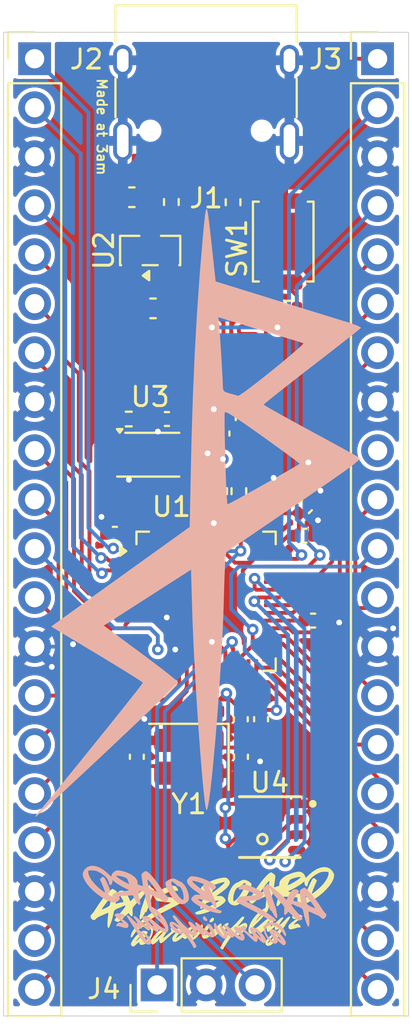
<source format=kicad_pcb>
(kicad_pcb (version 20241229) (generator "pcbnew") (generator_version "9.0")
  (layers (0 "F.Cu" signal) (2 "B.Cu" signal) (13 "F.Paste" user) (15 "B.Paste" user) (5 "F.SilkS" user "F.Silkscreen") (7 "B.SilkS" user "B.Silkscreen") (1 "F.Mask" user) (3 "B.Mask" user) (25 "Edge.Cuts" user))
  (net 0 "")
  (net 1 "TEMP_CSB")
  (net 2 "GND")
  (net 3 "+1V1")
  (net 4 "VBUS")
  (net 5 "XIN")
  (net 6 "Net-(C16-Pad1)")
  (net 7 "Net-(J1-CC1)")
  (net 8 "USB_D-")
  (net 9 "USB_D+")
  (net 10 "Net-(J1-CC2)")
  (net 11 "GPIO7")
  (net 12 "GPIO3")
  (net 13 "GPIO6")
  (net 14 "GPIO2")
  (net 15 "GPIO14")
  (net 16 "GPIO12")
  (net 17 "GPIO13")
  (net 18 "GPIO15")
  (net 19 "GPIO8")
  (net 20 "GPIO4")
  (net 21 "GPIO1")
  (net 22 "GPIO11")
  (net 23 "GPIO9")
  (net 24 "GPIO5")
  (net 25 "GPIO0")
  (net 26 "GPIO10")
  (net 27 "GPIO20")
  (net 28 "GPIO29_ADC3")
  (net 29 "GPIO18")
  (net 30 "GPIO26_ADC0")
  (net 31 "GPIO27_ADC1")
  (net 32 "GPIO17")
  (net 33 "GPIO22")
  (net 34 "RUN")
  (net 35 "GPIO19")
  (net 37 "GPIO28_ADC2")
  (net 38 "GPIO21")
  (net 39 "GPIO23")
  (net 40 "GPIO16")
  (net 41 "SWCLK")
  (net 42 "SWD")
  (net 43 "Net-(U1-USB_DP)")
  (net 44 "Net-(U1-USB_DM)")
  (net 45 "XOUT")
  (net 46 "Net-(R6-Pad2)")
  (net 47 "QSPI_SS")
  (net 48 "QSPI_SCLK")
  (net 49 "QSPI_SD2")
  (net 50 "QSPI_SD3")
  (net 51 "TEMP_SCK")
  (net 52 "QSPI_SD1")
  (net 53 "QSPI_SD0")
  (net 54 "TEMP_SDI")
  (footprint "Button_Switch_SMD:SW_Push_SPST_NO_Alps_SKRK" (layer "F.Cu") (at 164.5 100.85 -90)
    (property "Reference" "SW1")
    (property "Value" "SW_Push" (hide yes))
  )
  (footprint "Package_TO_SOT_SMD:SOT-23" (layer "F.Cu") (at 157.6 101.3125 90)
    (property "Reference" "U2")
    (property "Value" "NCP1117-3.3_SOT223" (hide yes))
  )
  (footprint "Capacitor_SMD:C_0402_1005Metric" (layer "F.Cu") (at 161.35 110.8 90)
    (property "Reference" "C6" (hide yes))
    (property "Value" "0.1uF" (hide yes))
  )
  (footprint "Capacitor_SMD:C_0402_1005Metric" (layer "F.Cu") (at 154.85 120.95 180)
    (property "Reference" "C3" (hide yes))
    (property "Value" "0.1uF" (hide yes))
  )
  (footprint "Capacitor_SMD:C_0402_1005Metric" (layer "F.Cu") (at 165.6 116.1)
    (property "Reference" "C8" (hide yes))
    (property "Value" "0.1uF" (hide yes))
  )
  (footprint "Capacitor_SMD:C_0402_1005Metric" (layer "F.Cu") (at 158.47 110.05)
    (property "Reference" "C17" (hide yes))
    (property "Value" "0.1uF" (hide yes))
  )
  (footprint "Connector_USB:USB_C_Receptacle_HRO_TYPE-C-31-M-12" (layer "F.Cu") (at 160.5 92.5 180)
    (property "Reference" "J1")
    (property "Value" "USB_C_Receptacle_USB2.0_14P" (hide yes))
  )
  (footprint "Capacitor_SMD:C_0402_1005Metric" (layer "F.Cu") (at 160.3 110.8 90)
    (property "Reference" "C12" (hide yes))
    (property "Value" "0.1uF" (hide yes))
  )
  (footprint "lcsc2:LGA-8_L3.0-W3.0-P0.80-TR" (layer "F.Cu") (at 163.8 131.2)
    (property "Reference" "U4")
    (property "Value" "BME680" (hide yes))
  )
  (footprint "Package_DFN_QFN:QFN-56-1EP_7x7mm_P0.4mm_EP3.2x3.2mm" (layer "F.Cu") (at 160.5 119.5)
    (property "Reference" "U1")
    (property "Value" "RP2040" (hide yes))
  )
  (footprint "Capacitor_SMD:C_0402_1005Metric" (layer "F.Cu") (at 162.4 110 90)
    (property "Reference" "C7" (hide yes))
    (property "Value" "0.1uF" (hide yes))
  )
  (footprint "Capacitor_SMD:C_0402_1005Metric" (layer "F.Cu") (at 165.65 114.6 45)
    (property "Reference" "C1" (hide yes))
    (property "Value" "1uF" (hide yes))
  )
  (footprint "Capacitor_SMD:C_0402_1005Metric" (layer "F.Cu") (at 155.77 116 180)
    (property "Reference" "C4" (hide yes))
    (property "Value" "0.1uF" (hide yes))
  )
  (footprint "Resistor_SMD:R_0402_1005Metric" (layer "F.Cu") (at 164.7 104.3)
    (property "Reference" "R6" (hide yes))
    (property "Value" "1K" (hide yes))
  )
  (footprint "Capacitor_SMD:C_0603_1608Metric" (layer "F.Cu") (at 157.75 104.3125 180)
    (property "Reference" "C14" (hide yes))
    (property "Value" "10uF" (hide yes))
  )
  (footprint "Capacitor_SMD:C_0402_1005Metric" (layer "F.Cu") (at 163.2 114.22 90)
    (property "Reference" "C11" (hide yes))
    (property "Value" "0.1uF" (hide yes))
  )
  (footprint "Resistor_SMD:R_0402_1005Metric" (layer "F.Cu") (at 156.49 110.05 180)
    (property "Reference" "R7" (hide yes))
    (property "Value" "10K" (hide yes))
  )
  (footprint "Resistor_SMD:R_0402_1005Metric" (layer "F.Cu") (at 161.9 98.81 90)
    (property "Reference" "R2" (hide yes))
    (property "Value" "5.1K" (hide yes))
  )
  (footprint "Resistor_SMD:R_0402_1005Metric" (layer "F.Cu") (at 161.2 113.79 90)
    (property "Reference" "R3" (hide yes))
    (property "Value" "27" (hide yes))
  )
  (footprint "Resistor_SMD:R_0402_1005Metric" (layer "F.Cu") (at 158.7 98.8 90)
    (property "Reference" "R1" (hide yes))
    (property "Value" "5.1K" (hide yes))
  )
  (footprint "Capacitor_SMD:C_0402_1005Metric" (layer "F.Cu") (at 164.2 114.65 90)
    (property "Reference" "C5" (hide yes))
    (property "Value" "0.1uF" (hide yes))
  )
  (footprint "Resistor_SMD:R_0402_1005Metric" (layer "F.Cu") (at 162.2 113.79 90)
    (property "Reference" "R4" (hide yes))
    (property "Value" "27" (hide yes))
  )
  (footprint "Package_SON:Winbond_USON-8-1EP_3x2mm_P0.5mm_EP0.2x1.6mm" (layer "F.Cu") (at 157.5 111.9)
    (property "Reference" "U3")
    (property "Value" "W25Q16JVZPIQ TR" (hide yes))
  )
  (footprint "Capacitor_SMD:C_0402_1005Metric" (layer "F.Cu") (at 163.35 125.612613 -90)
    (property "Reference" "C10" (hide yes))
    (property "Value" "1uF" (hide yes))
  )
  (footprint "Crystal:Crystal_SMD_3225-4Pin_3.2x2.5mm" (layer "F.Cu") (at 159.61 127.562613 180)
    (property "Reference" "Y1")
    (property "Value" "12 MHz" (hide yes))
  )
  (footprint "LOGO" (layer "F.Cu") (at 160.9 135)
    (property "Reference" "G***" (hide yes))
    (property "Value" "LOGO" (hide yes))
  )
  (footprint "Connector_PinHeader_2.54mm:PinHeader_1x20_P2.54mm_Vertical" (layer "F.Cu") (at 169.39 91.37)
    (property "Reference" "J3")
    (property "Value" "Conn_01x20" (hide yes))
  )
  (footprint "Capacitor_SMD:C_0402_1005Metric" (layer "F.Cu") (at 166.05 120.5)
    (property "Reference" "C9" (hide yes))
    (property "Value" "0.1uF" (hide yes))
  )
  (footprint "Capacitor_SMD:C_0603_1608Metric" (layer "F.Cu") (at 156.65 98.55 180)
    (property "Reference" "C13" (hide yes))
    (property "Value" "10uF" (hide yes))
  )
  (footprint "Capacitor_SMD:C_0402_1005Metric" (layer "F.Cu") (at 156.91 127.562613 90)
    (property "Reference" "C15" (hide yes))
    (property "Value" "33pF" (hide yes))
  )
  (footprint "Connector_PinHeader_2.54mm:PinHeader_1x03_P2.54mm_Vertical" (layer "F.Cu") (at 157.96 139.39 90)
    (property "Reference" "J4")
    (property "Value" "Conn_01x03" (hide yes))
  )
  (footprint "Capacitor_SMD:C_0402_1005Metric" (layer "F.Cu") (at 162.3 125.612613 -90)
    (property "Reference" "C2" (hide yes))
    (property "Value" "0.1uF" (hide yes))
  )
  (footprint "Connector_PinHeader_2.54mm:PinHeader_1x20_P2.54mm_Vertical" (layer "F.Cu") (at 151.61 91.37)
    (property "Reference" "J2")
    (property "Value" "Conn_01x20" (hide yes))
  )
  (footprint "Resistor_SMD:R_0402_1005Metric" (layer "F.Cu") (at 160.66 125.212613)
    (property "Reference" "R5" (hide yes))
    (property "Value" "1K" (hide yes))
  )
  (footprint "Capacitor_SMD:C_0402_1005Metric" (layer "F.Cu") (at 162.31 127.562613 -90)
    (property "Reference" "C16" (hide yes))
    (property "Value" "33pF" (hide yes))
  )
  (footprint "LOGO" (layer "B.Cu") (at 160.1 114.9 180)
    (property "Reference" "G***" (hide yes))
    (property "Value" "LOGO" (hide yes))
  )
  (footprint "LOGO" (layer "B.Cu") (at 160.343019 134.932501 180)
    (property "Reference" "G***" (hide yes))
    (property "Value" "LOGO" (hide yes))
  )
  (gr_rect (start 150 90) (end 171 141) (stroke (width 0.05)) (fill no) (layer "Edge.Cuts"))
  (gr_text "Made at 3am" (at 154.8 94.9 270) (layer "F.SilkS") (effects (font (size 0.5 0.5) (thickness 0.1)) (justify bottom)))
  (segment (start 157.6 116.9) (end 157.801 117.101) (width 0.2) (layer "F.Cu") (net 1))
  (segment (start 164.0325 115.13) (end 163.1 116.0625) (width 0.2) (layer "F.Cu") (net 1))
  (segment (start 162.4 130) (end 161.7 130) (width 0.2) (layer "F.Cu") (net 1))
  (segment (start 162.3 125.132613) (end 161.759 124.591613) (width 0.2) (layer "F.Cu") (net 1))
  (segment (start 163.4 116.9) (end 163.9375 116.9) (width 0.2) (layer "F.Cu") (net 1))
  (segment (start 159.751 121.401) (end 158.676114 121.401) (width 0.2) (layer "F.Cu") (net 1))
  (segment (start 165.310589 114.939411) (end 164.8 114.939411) (width 0.2) (layer "F.Cu") (net 1))
  (segment (start 161.555805 124.276) (end 161.515613 124.276) (width 0.2) (layer "F.Cu") (net 1))
  (segment (start 161.1 116.0625) (end 161.1 115.648527) (width 0.2) (layer "F.Cu") (net 1))
  (segment (start 165.310589 114.939411) (end 165.310589 115.909411) (width 0.2) (layer "F.Cu") (net 1))
  (segment (start 160.7 115.648527) (end 160.9 115.448527) (width 0.2) (layer "F.Cu") (net 1))
  (segment (start 158.525 102.275) (end 158.55 102.25) (width 0.2) (layer "F.Cu") (net 1))
  (segment (start 162.8 117.5) (end 163.2 117.1) (width 0.2) (layer "F.Cu") (net 1))
  (segment (start 161.6 111.28) (end 162.4 110.48) (width 0.2) (layer "F.Cu") (net 1))
  (segment (start 162.4 131.6) (end 162.2 131.6) (width 0.2) (layer "F.Cu") (net 1))
  (segment (start 161.759 124.591613) (end 161.2 124.591613) (width 0.2) (layer "F.Cu") (net 1))
  (segment (start 157.801 117.101) (end 157.801 120.296774) (width 0.2) (layer "F.Cu") (net 1))
  (segment (start 157.0625 120.5) (end 156.527226 120.5) (width 0.2) (layer "F.Cu") (net 1))
  (segment (start 161.4 105.050057) (end 160.662443 104.3125) (width 0.2) (layer "F.Cu") (net 1))
  (segment (start 158.95 110.05) (end 158.339 109.439) (width 0.2) (layer "F.Cu") (net 1))
  (segment (start 164.390589 114.939411) (end 164.2 115.13) (width 0.2) (layer "F.Cu") (net 1))
  (segment (start 161.35 111.28) (end 161.6 111.28) (width 0.2) (layer "F.Cu") (net 1))
  (segment (start 165.031124 130.8) (end 165.2 130.8) (width 0.2) (layer "F.Cu") (net 1))
  (segment (start 165.310589 115.909411) (end 165.12 116.1) (width 0.2) (layer "F.Cu") (net 1))
  (segment (start 160.7 116.0625) (end 160.7 115.648527) (width 0.2) (layer "F.Cu") (net 1))
  (segment (start 161.649 132.617876) (end 161.957124 132.926) (width 0.2) (layer "F.Cu") (net 1))
  (segment (start 161.957124 132.926) (end 162.905124 132.926) (width 0.2) (layer "F.Cu") (net 1))
  (segment (start 163.1 116.0625) (end 162.7 116.0625) (width 0.2) (layer "F.Cu") (net 1))
  (segment (start 162.861281 120.361281) (end 162.401 119.901) (width 0.2) (layer "F.Cu") (net 1))
  (segment (start 166.6 104.32) (end 166.6 112.75) (width 0.2) (layer "F.Cu") (net 1))
  (segment (start 156.324 120.899) (end 155.381 120.899) (width 0.2) (layer "F.Cu") (net 1))
  (segment (start 162.401 117.899) (end 163.2 117.1) (width 0.2) (layer "F.Cu") (net 1))
  (segment (start 163.9375 116.9) (end 164.39375 116.44375) (width 0.2) (layer "F.Cu") (net 1))
  (segment (start 162.905124 132.926) (end 165.031124 130.8) (width 0.2) (layer "F.Cu") (net 1))
  (segment (start 160.7 116.597774) (end 160.7 116.0625) (width 0.2) (layer "F.Cu") (net 1))
  (segment (start 164.8 114.55) (end 164.8 114.939411) (width 0.2) (layer "F.Cu") (net 1))
  (segment (start 164.8 114.939411) (end 164.390589 114.939411) (width 0.2) (layer "F.Cu") (net 1))
  (segment (start 163.306175 120.5) (end 163.167456 120.361281) (width 0.2) (layer "F.Cu") (net 1))
  (segment (start 157.6 116.9) (end 160.397774 116.9) (width 0.2) (layer "F.Cu") (net 1))
  (segment (start 156.324 120.703226) (end 156.324 120.899) (width 0.2) (layer "F.Cu") (net 1))
  (segment (start 155.381 120.899) (end 155.33 120.95) (width 0.2) (layer "F.Cu") (net 1))
  (segment (start 160.7 124.412613) (end 160.7 122.9375) (width 0.2) (layer "F.Cu") (net 1))
  (segment (start 160.879 124.591613) (end 160.7 124.412613) (width 0.2) (layer "F.Cu") (net 1))
  (segment (start 158.525 104.3125) (end 158.525 102.275) (width 0.2) (layer "F.Cu") (net 1))
  (segment (start 161.5 132.002) (end 161.649 132.151) (width 0.2) (layer "F.Cu") (net 1))
  (segment (start 157.801 120.296774) (end 157.598774 120.499) (width 0.2) (layer "F.Cu") (net 1))
  (segment (start 158.925 110.075) (end 158.95 110.05) (width 0.2) (layer "F.Cu") (net 1))
  (segment (start 160.061 108.939) (end 158.95 110.05) (width 0.2) (layer "F.Cu") (net 1))
  (segment (start 162.4 110.48) (end 163.011 109.869) (width 0.2) (layer "F.Cu") (net 1))
  (segment (start 161.375735 112.125735) (end 161.35 112.1) (width 0.2) (layer "F.Cu") (net 1))
  (segment (start 157.611 109.439) (end 157 110.05) (width 0.2) (layer "F.Cu") (net 1))
  (segment (start 169.39 101.53) (end 166.6 104.32) (width 0.2) (layer "F.Cu") (net 1))
  (segment (start 158.925 111.15) (end 158.925 110.075) (width 0.2) (layer "F.Cu") (net 1))
  (segment (start 161.1 116.0625) (end 161.1 116.6) (width 0.2) (layer "F.Cu") (net 1))
  (segment (start 160.061 108.939) (end 161.4 107.6) (width 0.2) (layer "F.Cu") (net 1))
  (segment (start 162.75655 108.939) (end 160.061 108.939) (width 0.2) (layer "F.Cu") (net 1))
  (segment (start 163.011 109.19345) (end 162.75655 108.939) (width 0.2) (layer "F.Cu") (net 1))
  (segment (start 158.676114 121.401) (end 157.774114 120.499) (width 0.2) (layer "F.Cu") (net 1))
  (segment (start 161.649 132.151) (end 161.649 132.617876) (width 0.2) (layer "F.Cu") (net 1))
  (segment (start 164.40625 116.44375) (end 164.75 116.1) (width 0.2) (layer "F.Cu") (net 1))
  (segment (start 162.2 131.6) (end 161.649 132.151) (width 0.2) (layer "F.Cu") (net 1))
  (segment (start 161.5 131.8) (end 161.5 132.002) (width 0.2) (layer "F.Cu") (net 1))
  (segment (start 161.35 112.1) (end 161.35 111.28) (width 0.2) (layer "F.Cu") (net 1))
  (segment (start 161.2 124.591613) (end 160.879 124.591613) (width 0.2) (layer "F.Cu") (net 1))
  (segment (start 157.0625 116.9) (end 157.6 116.9) (width 0.2) (layer "F.Cu") (net 1))
  (segment (start 164.39375 116.44375) (end 164.40625 116.44375) (width 0.2) (layer "F.Cu") (net 1))
  (segment (start 156.25 116.0875) (end 157.0625 116.9) (width 0.2) (layer "F.Cu") (net 1))
  (segment (start 163.9375 120.5) (end 163.306175 120.5) (width 0.2) (layer "F.Cu") (net 1))
  (segment (start 162.401 119.901) (end 162.401 117.899) (width 0.2) (layer "F.Cu") (net 1))
  (segment (start 157.774114 120.499) (end 157.598774 120.499) (width 0.2) (layer "F.Cu") (net 1))
  (segment (start 156.527226 120.5) (end 156.324 120.703226) (width 0.2) (layer "F.Cu") (net 1))
  (segment (start 161.1 116.6) (end 162 117.5) (width 0.2) (layer "F.Cu") (net 1))
  (segment (start 163.2 117.1) (end 163.4 116.9) (width 0.2) (layer "F.Cu") (net 1))
  (segment (start 164.2 115.13) (end 164.0325 115.13) (width 0.2) (layer "F.Cu") (net 1))
  (segment (start 156.25 116) (end 156.25 116.0875) (width 0.2) (layer "F.Cu") (net 1))
  (segment (start 161.515613 124.276) (end 161.2 124.591613) (width 0.2) (layer "F.Cu") (net 1))
  (segment (start 164.75 116.1) (end 165.12 116.1) (width 0.2) (layer "F.Cu") (net 1))
  (segment (start 161.7 130) (end 161.5 130.2) (width 0.2) (layer "F.Cu") (net 1))
  (segment (start 157.0625 120.5) (end 157.597774 120.5) (width 0.2) (layer "F.Cu") (net 1))
  (segment (start 160.7 122.9375) (end 160.7 122.35) (width 0.2) (layer "F.Cu") (net 1))
  (segment (start 163.167456 120.361281) (end 162.861281 120.361281) (width 0.2) (layer "F.Cu") (net 1))
  (segment (start 160.397774 116.9) (end 160.7 116.597774) (width 0.2) (layer "F.Cu") (net 1))
  (segment (start 161.1 115.648527) (end 160.9 115.448527) (width 0.2) (layer "F.Cu") (net 1))
  (segment (start 163.011 109.869) (end 163.011 109.19345) (width 0.2) (layer "F.Cu") (net 1))
  (segment (start 161.4 107.6) (end 161.4 105.050057) (width 0.2) (layer "F.Cu") (net 1))
  (segment (start 166.6 112.75) (end 164.8 114.55) (width 0.2) (layer "F.Cu") (net 1))
  (segment (start 162 117.5) (end 162.8 117.5) (width 0.2) (layer "F.Cu") (net 1))
  (segment (start 157.597774 120.5) (end 157.598774 120.499) (width 0.2) (layer "F.Cu") (net 1))
  (segment (start 160.7 122.35) (end 159.751 121.401) (width 0.2) (layer "F.Cu") (net 1))
  (segment (start 160.662443 104.3125) (end 158.525 104.3125) (width 0.2) (layer "F.Cu") (net 1))
  (segment (start 158.339 109.439) (end 157.611 109.439) (width 0.2) (layer "F.Cu") (net 1))
  (segment (start 165.22 120.5) (end 163.9375 120.5) (width 0.2) (layer "F.Cu") (net 1))
  (via (at 161.5 130.2) (size 0.6) (drill 0.3) (layers "F.Cu" "B.Cu") (net 1))
  (via (at 161.375735 112.125735) (size 0.6) (drill 0.3) (layers "F.Cu" "B.Cu") (net 1))
  (via (at 161.555805 124.276) (size 0.6) (drill 0.3) (layers "F.Cu" "B.Cu") (net 1))
  (via (at 160.9 115.448527) (size 0.6) (drill 0.3) (layers "F.Cu" "B.Cu") (net 1))
  (via (at 161.5 131.8) (size 0.6) (drill 0.3) (layers "F.Cu" "B.Cu") (net 1))
  (segment (start 160.9 112.60147) (end 161.375735 112.125735) (width 0.2) (layer "B.Cu") (net 1))
  (segment (start 161.5 130.2) (end 161.646071 130.053929) (width 0.2) (layer "B.Cu") (net 1))
  (segment (start 161.646071 124.366266) (end 161.555805 124.276) (width 0.2) (layer "B.Cu") (net 1))
  (segment (start 161.646071 130.053929) (end 161.646071 124.366266) (width 0.2) (layer "B.Cu") (net 1))
  (segment (start 160.9 115.448527) (end 160.9 112.60147) (width 0.2) (layer "B.Cu") (net 1))
  (segment (start 161.5 130.2) (end 161.5 131.8) (width 0.2) (layer "B.Cu") (net 1))
  (segment (start 155.29 115.33853) (end 155.075735 115.124265) (width 0.2) (layer "F.Cu") (net 2))
  (segment (start 160.71 128.412613) (end 162.687387 128.412613) (width 0.2) (layer "F.Cu") (net 2))
  (segment (start 161.186387 130.8) (end 159.7 129.313613) (width 0.2) (layer "F.Cu") (net 2))
  (segment (start 162.4 130.8) (end 164.2 130.8) (width 0.2) (layer "F.Cu") (net 2))
  (segment (start 160.919 109.52) (end 160.9 109.539) (width 0.2) (layer "F.Cu") (net 2))
  (segment (start 158.51 126.712613) (end 158.51 125.91) (width 0.2) (layer "F.Cu") (net 2))
  (segment (start 161.94 128.412613) (end 162.31 128.042613) (width 0.2) (layer "F.Cu") (net 2))
  (segment (start 162.4 132.4) (end 162.6 132.4) (width 0.2) (layer "F.Cu") (net 2))
  (segment (start 163.35 127.75) (end 163.3 127.8) (width 0.2) (layer "F.Cu") (net 2))
  (segment (start 163.75 98) (end 164.5 98.75) (width 0.2) (layer "F.Cu") (net 2))
  (segment (start 157.3 125.7) (end 156.91 126.09) (width 0.2) (layer "F.Cu") (net 2))
  (segment (start 164.2 114.17) (end 164.2 113.3) (width 0.2) (layer "F.Cu") (net 2))
  (segment (start 154.37 120.95) (end 154.37 120.955) (width 0.2) (layer "F.Cu") (net 2))
  (segment (start 151.61 122.01) (end 152.5 122.9) (width 0.2) (layer "F.Cu") (net 2))
  (segment (start 158.068287 125.6) (end 158.2 125.6) (width 0.2) (layer "F.Cu") (net 2))
  (segment (start 163.36 113.74) (end 164 113.1) (width 0.2) (layer "F.Cu") (net 2))
  (segment (start 159.809 129.313613) (end 159.7 129.313613) (width 0.2) (layer "F.Cu") (net 2))
  (segment (start 167.3 120.5) (end 167.4 120.6) (width 0.2) (layer "F.Cu") (net 2))
  (segment (start 160.3 110.139) (end 160.9 109.539) (width 0.2) (layer "F.Cu") (net 2))
  (segment (start 163.75 96.545) (end 163.75 98) (width 0.2) (layer "F.Cu") (net 2))
  (segment (start 162.6 132.4) (end 164.2 130.8) (width 0.2) (layer "F.Cu") (net 2))
  (segment (start 162.4 130.8) (end 161.186387 130.8) (width 0.2) (layer "F.Cu") (net 2))
  (segment (start 160.5 119.5) (end 159.3 119.5) (width 0.2) (layer "F.Cu") (net 2))
  (segment (start 158.51 125.91) (end 158.2 125.6) (width 0.2) (layer "F.Cu") (net 2))
  (segment (start 160.71 128.412613) (end 161.94 128.412613) (width 0.2) (layer "F.Cu") (net 2))
  (segment (start 157.28 126.712613) (end 156.91 127.082613) (width 0.2) (layer "F.Cu") (net 2))
  (segment (start 157.3 125.6) (end 158.068287 125.6) (width 0.2) (layer "F.Cu") (net 2))
  (segment (start 164.2 113.3) (end 164 113.1) (width 0.2) (layer "F.Cu") (net 2))
  (segment (start 163.35 126.092613) (end 163.35 127.75) (width 0.2) (layer "F.Cu") (net 2))
  (segment (start 169.39 121.85) (end 169.39 121.71) (width 0.2) (layer "F.Cu") (net 2))
  (segment (start 157.99 110.05) (end 157.99 110.69) (width 0.2) (layer "F.Cu") (net 2))
  (segment (start 162.3 126.092613) (end 163.35 126.092613) (width 0.2) (layer "F.Cu") (net 2))
  (segment (start 159.7 129.313613) (end 157.24345 129.313613) (width 0.2) (layer "F.Cu") (net 2))
  (segment (start 156.299 127.693613) (end 156.91 127.082613) (width 0.2) (layer "F.Cu") (net 2))
  (segment (start 162.4 109.52) (end 160.919 109.52) (width 0.2) (layer "F.Cu") (net 2))
  (segment (start 165.989411 114.209116) (end 166.4319 113.766627) (width 0.2) (layer "F.Cu") (net 2))
  (segment (start 159.5 122.9375) (end 159.5 124.168287) (width 0.2) (layer "F.Cu") (net 2))
  (segment (start 161.35 109.989) (end 160.9 109.539) (width 0.2) (layer "F.Cu") (net 2))
  (segment (start 157.99 110.69) (end 158 110.7) (width 0.2) (layer "F.Cu") (net 2))
  (segment (start 160.3 110.32) (end 160.3 110.139) (width 0.2) (layer "F.Cu") (net 2))
  (segment (start 166.53 120.5) (end 167.3 120.5) (width 0.2) (layer "F.Cu") (net 2))
  (segment (start 154.37 120.955) (end 153.6 121.725) (width 0.2) (layer "F.Cu") (net 2))
  (segment (start 151.61 121.85) (end 151.61 122.01) (width 0.2) (layer "F.Cu") (net 2))
  (segment (start 156.075 112.773473) (end 156.499 113.197473) (width 0.2) (layer "F.Cu") (net 2))
  (segment (start 156.299 128.369163) (end 156.299 127.693613) (width 0.2) (layer "F.Cu") (net 2))
  (segment (start 159.3 119.5) (end 158.461822 120.338178) (width 0.2) (layer "F.Cu") (net 2))
  (segment (start 159.5 122.9375) (end 159.5 122.3) (width 0.2) (layer "F.Cu") (net 2))
  (segment (start 166.08 115.52) (end 166.3 115.3) (width 0.2) (layer "F.Cu") (net 2))
  (segment (start 169.39 121.71) (end 170.2 120.9) (width 0.2) (layer "F.Cu") (net 2))
  (segment (start 159.5 122.3) (end 159.201 122.001) (width 0.2) (layer "F.Cu") (net 2))
  (segment (start 165 130) (end 165.2 130) (width 0.2) (layer "F.Cu") (net 2))
  (segment (start 155.29 116) (end 155.29 115.33853) (width 0.2) (layer "F.Cu") (net 2))
  (segment (start 165.989411 114.260589) (end 165.989411 114.209116) (width 0.2) (layer "F.Cu") (net 2))
  (segment (start 159.5 124.168287) (end 158.068287 125.6) (width 0.2) (layer "F.Cu") (net 2))
  (segment (start 166.08 116.1) (end 166.08 115.52) (width 0.2) (layer "F.Cu") (net 2))
  (segment (start 156.075 112.65) (end 156.075 112.773473) (width 0.2) (layer "F.Cu") (net 2))
  (segment (start 160.71 128.412613) (end 159.809 129.313613) (width 0.2) (layer "F.Cu") (net 2))
  (segment (start 162.687387 128.412613) (end 163.3 127.8) (width 0.2) (layer "F.Cu") (net 2))
  (segment (start 156.91 126.09) (end 156.91 127.082613) (width 0.2) (layer "F.Cu") (net 2))
  (segment (start 169.39 109.15) (end 169.39 109.51) (width 0.2) (layer "F.Cu") (net 2))
  (segment (start 163.2 113.74) (end 163.36 113.74) (width 0.2) (layer "F.Cu") (net 2))
  (segment (start 157.24345 129.313613) (end 156.299 128.369163) (width 0.2) (layer "F.Cu") (net 2))
  (segment (start 161.35 110.32) (end 161.35 109.989) (width 0.2) (layer "F.Cu") (net 2))
  (segment (start 164 113.1) (end 164.8 112.3) (width 0.2) (layer "F.Cu") (net 2))
  (segment (start 164.8 112.3) (end 165.801 112.3) (width 0.2) (layer "F.Cu") (net 2))
  (segment (start 158.51 126.712613) (end 157.28 126.712613) (width 0.2) (layer "F.Cu") (net 2))
  (segment (start 157.3 125.6) (end 157.3 125.7) (width 0.2) (layer "F.Cu") (net 2))
  (segment (start 159.201 122.001) (end 158.9 122.001) (width 0.2) (layer "F.Cu") (net 2))
  (segment (start 164.2 130.8) (end 165 130) (width 0.2) (layer "F.Cu") (net 2))
  (via (at 156.499 113.197473) (size 0.6) (drill 0.3) (layers "F.Cu" "B.Cu") (net 2))
  (via (at 153.6 121.725) (size 0.6) (drill 0.3) (layers "F.Cu" "B.Cu") (net 2))
  (via (at 155.075735 115.124265) (size 0.6) (drill 0.3) (layers "F.Cu" "B.Cu") (net 2))
  (via (at 166.3 115.3) (size 0.6) (drill 0.3) (layers "F.Cu" "B.Cu") (net 2))
  (via (at 158.9 122.001) (size 0.6) (drill 0.3) (layers "F.Cu" "B.Cu") (net 2))
  (via (at 163.3 127.8) (size 0.6) (drill 0.3) (layers "F.Cu" "B.Cu") (net 2))
  (via (at 166.4319 113.766627) (size 0.6) (drill 0.3) (layers "F.Cu" "B.Cu") (net 2))
  (via (at 170.2 120.9) (size 0.6) (drill 0.3) (layers "F.Cu" "B.Cu") (net 2))
  (via (at 167.4 120.6) (size 0.6) (drill 0.3) (layers "F.Cu" "B.Cu") (net 2))
  (via (at 158.461822 120.338178) (size 0.6) (drill 0.3) (layers "F.Cu" "B.Cu") (net 2))
  (via (at 160.9 109.539) (size 0.6) (drill 0.3) (layers "F.Cu" "B.Cu") (net 2))
  (via (at 157.3 125.6) (size 0.6) (drill 0.3) (layers "F.Cu" "B.Cu") (net 2))
  (via (at 152.5 122.9) (size 0.6) (drill 0.3) (layers "F.Cu" "B.Cu") (net 2))
  (via (at 158 110.7) (size 0.6) (drill 0.3) (layers "F.Cu" "B.Cu") (net 2))
  (via (at 165.801 112.3) (size 0.6) (drill 0.3) (layers "F.Cu" "B.Cu") (net 2))
  (via (at 164 113.1) (size 0.6) (drill 0.3) (layers "F.Cu" "B.Cu") (net 2))
  (segment (start 166.4319 113.766627) (end 166.4319 112.4) (width 0.2) (layer "B.Cu") (net 2))
  (segment (start 158 111.696473) (end 158 110.7) (width 0.2) (layer "B.Cu") (net 2))
  (segment (start 165.801 112.3) (end 166.3319 112.3) (width 0.2) (layer "B.Cu") (net 2))
  (segment (start 158.461822 121.562822) (end 158.9 122.001) (width 0.2) (layer "B.Cu") (net 2))
  (segment (start 166.3319 112.3) (end 166.4319 112.4) (width 0.2) (layer "B.Cu") (net 2))
  (segment (start 156.499 113.197473) (end 158 111.696473) (width 0.2) (layer "B.Cu") (net 2))
  (segment (start 166.4319 112.4) (end 166.4319 112.1081) (width 0.2) (layer "B.Cu") (net 2))
  (segment (start 158.461822 120.338178) (end 158.461822 121.562822) (width 0.2) (layer "B.Cu") (net 2))
  (segment (start 153.475 121.85) (end 151.61 121.85) (width 0.2) (layer "B.Cu") (net 2))
  (segment (start 166.4319 112.1081) (end 169.39 109.15) (width 0.2) (layer "B.Cu") (net 2))
  (segment (start 153.6 121.725) (end 153.475 121.85) (width 0.2) (layer "B.Cu") (net 2))
  (segment (start 162.289806 116.883203) (end 162.3 116.873009) (width 0.2) (layer "F.Cu") (net 3))
  (segment (start 162.3 116.873009) (end 162.3 116.0625) (width 0.2) (layer "F.Cu") (net 3))
  (segment (start 160.579 114.921) (end 160.579 111.829) (width 0.2) (layer "F.Cu") (net 3))
  (segment (start 161.303226 123.676) (end 161.1 123.472774) (width 0.2) (layer "F.Cu") (net 3))
  (segment (start 160.3 116.0625) (end 160.3 115.2) (width 0.2) (layer "F.Cu") (net 3))
  (segment (start 163.35 125.132613) (end 161.893387 123.676) (width 0.2) (layer "F.Cu") (net 3))
  (segment (start 163.05 114.7) (end 163.2 114.7) (width 0.2) (layer "F.Cu") (net 3))
  (segment (start 162.3 115.45) (end 163.05 114.7) (width 0.2) (layer "F.Cu") (net 3))
  (segment (start 160.3 115.2) (end 160.579 114.921) (width 0.2) (layer "F.Cu") (net 3))
  (segment (start 161.1 123.472774) (end 161.1 122.9375) (width 0.2) (layer "F.Cu") (net 3))
  (segment (start 161.893387 123.676) (end 161.303226 123.676) (width 0.2) (layer "F.Cu") (net 3))
  (segment (start 164.132613 125.132613) (end 164.15 125.15) (width 0.2) (layer "F.Cu") (net 3))
  (segment (start 160.3 111.55) (end 160.3 111.28) (width 0.2) (layer "F.Cu") (net 3))
  (segment (start 162.3 116.0625) (end 162.3 115.45) (width 0.2) (layer "F.Cu") (net 3))
  (segment (start 160.579 111.829) (end 160.3 111.55) (width 0.2) (layer "F.Cu") (net 3))
  (segment (start 163.35 125.132613) (end 164.132613 125.132613) (width 0.2) (layer "F.Cu") (net 3))
  (via (at 162.289806 116.883203) (size 0.6) (drill 0.3) (layers "F.Cu" "B.Cu") (net 3))
  (via (at 164.15 125.15) (size 0.6) (drill 0.3) (layers "F.Cu" "B.Cu") (net 3))
  (via (at 160.579 111.829) (size 0.6) (drill 0.3) (layers "F.Cu" "B.Cu") (net 3))
  (segment (start 160.299 112.109) (end 160.579 111.829) (width 0.2) (layer "B.Cu") (net 3))
  (segment (start 162.501801 122.051801) (end 162.8 122.35) (width 0.2) (layer "B.Cu") (net 3))
  (segment (start 162.8 122.35) (end 162.800057 122.35) (width 0.2) (layer "B.Cu") (net 3))
  (segment (start 164.15 123.699943) (end 164.15 125.15) (width 0.2) (layer "B.Cu") (net 3))
  (segment (start 161.2 117.973009) (end 161.2 120.093711) (width 0.2) (layer "B.Cu") (net 3))
  (segment (start 160.299 115.69747) (end 160.299 112.109) (width 0.2) (layer "B.Cu") (net 3))
  (segment (start 162.800057 122.35) (end 164.15 123.699943) (width 0.2) (layer "B.Cu") (net 3))
  (segment (start 162.501801 121.395512) (end 162.501801 122.051801) (width 0.2) (layer "B.Cu") (net 3))
  (segment (start 162.273009 116.9) (end 161.50153 116.9) (width 0.2) (layer "B.Cu") (net 3))
  (segment (start 161.50153 116.9) (end 160.299 115.69747) (width 0.2) (layer "B.Cu") (net 3))
  (segment (start 162.289806 116.883203) (end 162.273009 116.9) (width 0.2) (layer "B.Cu") (net 3))
  (segment (start 162.289806 116.883203) (end 161.2 117.973009) (width 0.2) (layer "B.Cu") (net 3))
  (segment (start 161.2 120.093711) (end 162.501801 121.395512) (width 0.2) (layer "B.Cu") (net 3))
  (segment (start 158.05 95.62) (end 158.05 96.545) (width 0.2) (layer "F.Cu") (net 4))
  (segment (start 166.724008 91.37) (end 163.670008 94.424) (width 0.2) (layer "F.Cu") (net 4))
  (segment (start 162.714 96.309) (end 162.95 96.545) (width 0.2) (layer "F.Cu") (net 4))
  (segment (start 158.05 96.545) (end 158.05 97.25) (width 0.2) (layer "F.Cu") (net 4))
  (segment (start 157.6 100.375) (end 157.6 98.725) (width 0.2) (layer "F.Cu") (net 4))
  (segment (start 163.670008 94.424) (end 163.109992 94.424) (width 0.2) (layer "F.Cu") (net 4))
  (segment (start 157.425 97.875) (end 157.425 98.55) (width 0.2) (layer "F.Cu") (net 4))
  (segment (start 162.841996 94.691996) (end 158.978004 94.691996) (width 0.2) (layer "F.Cu") (net 4))
  (segment (start 162.841996 94.691996) (end 162.714 94.819992) (width 0.2) (layer "F.Cu") (net 4))
  (segment (start 158.05 97.25) (end 157.425 97.875) (width 0.2) (layer "F.Cu") (net 4))
  (segment (start 163.109992 94.424) (end 162.841996 94.691996) (width 0.2) (layer "F.Cu") (net 4))
  (segment (start 157.6 98.725) (end 157.425 98.55) (width 0.2) (layer "F.Cu") (net 4))
  (segment (start 158.978004 94.691996) (end 158.05 95.62) (width 0.2) (layer "F.Cu") (net 4))
  (segment (start 162.714 94.819992) (end 162.714 96.309) (width 0.2) (layer "F.Cu") (net 4))
  (segment (start 169.39 91.37) (end 166.724008 91.37) (width 0.2) (layer "F.Cu") (net 4))
  (segment (start 159.579 127.343613) (end 159.579 124.656387) (width 0.2) (layer "F.Cu") (net 5))
  (segment (start 156.91 128.042613) (end 158.14 128.042613) (width 0.2) (layer "F.Cu") (net 5))
  (segment (start 159.9 124.335387) (end 159.9 122.9375) (width 0.2) (layer "F.Cu") (net 5))
  (segment (start 158.51 128.412613) (end 159.579 127.343613) (width 0.2) (layer "F.Cu") (net 5))
  (segment (start 159.579 124.656387) (end 159.9 124.335387) (width 0.2) (layer "F.Cu") (net 5))
  (segment (start 162.31 127.082613) (end 161.08 127.082613) (width 0.2) (layer "F.Cu") (net 6))
  (segment (start 160.71 126.712613) (end 160.71 125.672613) (width 0.2) (layer "F.Cu") (net 6))
  (segment (start 160.71 125.672613) (end 161.17 125.212613) (width 0.2) (layer "F.Cu") (net 6))
  (segment (start 161.75 98.15) (end 161.75 96.545) (width 0.2) (layer "F.Cu") (net 7))
  (segment (start 161.9 98.3) (end 161.75 98.15) (width 0.2) (layer "F.Cu") (net 7))
  (segment (start 160.25 96.545) (end 160.25 95.568) (width 0.2) (layer "F.Cu") (net 8))
  (segment (start 163.601 105.598297) (end 163.601 106.109953) (width 0.2) (layer "F.Cu") (net 8))
  (segment (start 163.601 106.109953) (end 163.601 106.119358) (width 0.2) (layer "F.Cu") (net 8))
  (segment (start 163.601 106.533278) (end 163.601 106.119358) (width 0.2) (layer "F.Cu") (net 8))
  (segment (start 161.171 95.519) (end 161.25 95.598) (width 0.2) (layer "F.Cu") (net 8))
  (segment (start 160.25 95.568) (end 160.299 95.519) (width 0.2) (layer "F.Cu") (net 8))
  (segment (start 161.25 96.545) (end 161.25 102.1329) (width 0.2) (layer "F.Cu") (net 8))
  (segment (start 161.25 95.598) (end 161.25 96.545) (width 0.2) (layer "F.Cu") (net 8))
  (segment (start 162.2 112.8) (end 164 111) (width 0.2) (layer "F.Cu") (net 8))
  (segment (start 160.299 95.519) (end 161.171 95.519) (width 0.2) (layer "F.Cu") (net 8))
  (segment (start 163.601 104.4839) (end 163.601 105.598297) (width 0.2) (layer "F.Cu") (net 8))
  (segment (start 161.25 102.1329) (end 163.601 104.4839) (width 0.2) (layer "F.Cu") (net 8))
  (segment (start 164 111) (end 164 106.932278) (width 0.2) (layer "F.Cu") (net 8))
  (segment (start 162.2 113.28) (end 162.2 112.8) (width 0.2) (layer "F.Cu") (net 8))
  (segment (start 164 106.932278) (end 163.601 106.533278) (width 0.2) (layer "F.Cu") (net 8))
  (segment (start 162.2 105.398679) (end 162.2 105.478679) (width 0.2) (layer "F.Cu") (net 9))
  (segment (start 159.799 97.571) (end 160.679 97.571) (width 0.2) (layer "F.Cu") (net 9))
  (segment (start 162.36 105.638679) (end 163.04 105.638679) (width 0.2) (layer "F.Cu") (net 9))
  (segment (start 163.2 105.878679) (end 163.2 106.34422) (width 0.2) (layer "F.Cu") (net 9))
  (segment (start 159.75 97.522) (end 159.799 97.571) (width 0.2) (layer "F.Cu") (net 9))
  (segment (start 163.2 106.83795) (end 163.2 107.031707) (width 0.2) (layer "F.Cu") (net 9))
  (segment (start 159.75 96.545) (end 159.75 97.522) (width 0.2) (layer "F.Cu") (net 9))
  (segment (start 163.517483 107.518492) (end 163.599 107.600009) (width 0.2) (layer "F.Cu") (net 9))
  (segment (start 163.2 104.65) (end 163.2 105.078679) (width 0.2) (layer "F.Cu") (net 9))
  (segment (start 163.2 107.201009) (end 163.517483 107.518492) (width 0.2) (layer "F.Cu") (net 9))
  (segment (start 163.2 106.580862) (end 163.2 106.83795) (width 0.2) (layer "F.Cu") (net 9))
  (segment (start 163.2 107.031707) (end 163.2 107.201009) (width 0.2) (layer "F.Cu") (net 9))
  (segment (start 163.599 110.751) (end 163.599 108.830236) (width 0.2) (layer "F.Cu") (net 9))
  (segment (start 163.2 106.476773) (end 163.2 106.580862) (width 0.2) (layer "F.Cu") (net 9))
  (segment (start 163.599 108.830236) (end 163.599 107.729774) (width 0.2) (layer "F.Cu") (net 9))
  (segment (start 163.2 105.798679) (end 163.2 105.878679) (width 0.2) (layer "F.Cu") (net 9))
  (segment (start 160.75 97.5) (end 160.75 96.545) (width 0.2) (layer "F.Cu") (net 9))
  (segment (start 160.75 102.2) (end 163.2 104.65) (width 0.2) (layer "F.Cu") (net 9))
  (segment (start 163.599 107.600009) (end 163.599 107.729774) (width 0.2) (layer "F.Cu") (net 9))
  (segment (start 163.2 106.34422) (end 163.2 106.366849) (width 0.2) (layer "F.Cu") (net 9))
  (segment (start 161.2 113.15) (end 163.599 110.751) (width 0.2) (layer "F.Cu") (net 9))
  (segment (start 160.75 97.5) (end 160.75 102.2) (width 0.2) (layer "F.Cu") (net 9))
  (segment (start 163.2 106.476773) (end 163.2 106.366849) (width 0.2) (layer "F.Cu") (net 9))
  (segment (start 163.04 105.238679) (end 162.36 105.238679) (width 0.2) (layer "F.Cu") (net 9))
  (segment (start 160.679 97.571) (end 160.75 97.5) (width 0.2) (layer "F.Cu") (net 9))
  (arc (start 162.2 105.478679) (mid 162.246863 105.591816) (end 162.36 105.638679) (width 0.2) (layer "F.Cu") (net 9))
  (arc (start 162.36 105.238679) (mid 162.246863 105.285542) (end 162.2 105.398679) (width 0.2) (layer "F.Cu") (net 9))
  (arc (start 163.04 105.638679) (mid 163.153137 105.685542) (end 163.2 105.798679) (width 0.2) (layer "F.Cu") (net 9))
  (arc (start 163.2 105.078679) (mid 163.153137 105.191816) (end 163.04 105.238679) (width 0.2) (layer "F.Cu") (net 9))
  (segment (start 158.7 98.29) (end 158.7 96.595) (width 0.2) (layer "F.Cu") (net 10))
  (segment (start 158.7 96.595) (end 158.75 96.545) (width 0.2) (layer "F.Cu") (net 10))
  (segment (start 156.3 120.1) (end 156.1 120.3) (width 0.2) (layer "F.Cu") (net 11))
  (segment (start 152.85 119.3) (end 152.85 115.47) (width 0.2) (layer "F.Cu") (net 11))
  (segment (start 156.1 120.3) (end 153.85 120.3) (width 0.2) (layer "F.Cu") (net 11))
  (segment (start 152.85 115.47) (end 151.61 114.23) (width 0.2) (layer "F.Cu") (net 11))
  (segment (start 157.0625 120.1) (end 156.3 120.1) (width 0.2) (layer "F.Cu") (net 11))
  (segment (start 153.85 120.3) (end 152.85 119.3) (width 0.2) (layer "F.Cu") (net 11))
  (segment (start 155.498 118.498) (end 155.3 118.696) (width 0.2) (layer "F.Cu") (net 12))
  (segment (start 154.454 112.754) (end 153.9 112.2) (width 0.2) (layer "F.Cu") (net 12))
  (segment (start 154.5822 118.696) (end 154.454 118.5678) (width 0.2) (layer "F.Cu") (net 12))
  (segment (start 153.9 112.2) (end 153.9 107.7) (width 0.2) (layer "F.Cu") (net 12))
  (segment (start 153.2 103.12) (end 151.61 101.53) (width 0.2) (layer "F.Cu") (net 12))
  (segment (start 155.9658 118.498) (end 155.498 118.498) (width 0.2) (layer "F.Cu") (net 12))
  (segment (start 157.0625 118.5) (end 155.9678 118.5) (width 0.2) (layer "F.Cu") (net 12))
  (segment (start 155.3 118.696) (end 154.5822 118.696) (width 0.2) (layer "F.Cu") (net 12))
  (segment (start 153.2 107) (end 153.2 103.12) (width 0.2) (layer "F.Cu") (net 12))
  (segment (start 153.9 107.7) (end 153.2 107) (width 0.2) (layer "F.Cu") (net 12))
  (segment (start 154.454 118.5678) (end 154.454 112.754) (width 0.2) (layer "F.Cu") (net 12))
  (segment (start 155.9678 118.5) (end 155.9658 118.498) (width 0.2) (layer "F.Cu") (net 12))
  (segment (start 156.1329 119.7) (end 157.0625 119.7) (width 0.2) (layer "F.Cu") (net 13))
  (segment (start 153.251 113.331) (end 153.251 119.1339) (width 0.2) (layer "F.Cu") (net 13))
  (segment (start 154.0161 119.899) (end 155.9339 119.899) (width 0.2) (layer "F.Cu") (net 13))
  (segment (start 155.9339 119.899) (end 156.1329 119.7) (width 0.2) (layer "F.Cu") (net 13))
  (segment (start 153.251 119.1339) (end 154.0161 119.899) (width 0.2) (layer "F.Cu") (net 13))
  (segment (start 151.61 111.69) (end 153.251 113.331) (width 0.2) (layer "F.Cu") (net 13))
  (segment (start 156.05 118.1) (end 155.85 117.9) (width 0.2) (layer "F.Cu") (net 14))
  (segment (start 157.0625 118.1) (end 156.05 118.1) (width 0.2) (layer "F.Cu") (net 14))
  (segment (start 155.249051 117.9) (end 155.100398 118.048653) (width 0.2) (layer "F.Cu") (net 14))
  (segment (start 155.85 117.9) (end 155.249051 117.9) (width 0.2) (layer "F.Cu") (net 14))
  (via (at 155.100398 118.048653) (size 0.6) (drill 0.3) (layers "F.Cu" "B.Cu") (net 14))
  (segment (start 153.6 116.645943) (end 153.6 115.7671) (width 0.2) (layer "B.Cu") (net 14))
  (segment (start 155.00271 118.048653) (end 153.6 116.645943) (width 0.2) (layer "B.Cu") (net 14))
  (segment (start 153.598 100.978) (end 151.61 98.99) (width 0.2) (layer "B.Cu") (net 14))
  (segment (start 153.598 115.7651) (end 153.598 100.978) (width 0.2) (layer "B.Cu") (net 14))
  (segment (start 155.100398 118.048653) (end 155.00271 118.048653) (width 0.2) (layer "B.Cu") (net 14))
  (segment (start 153.6 115.7671) (end 153.598 115.7651) (width 0.2) (layer "B.Cu") (net 14))
  (segment (start 155.401 125.6339) (end 156.8339 124.201) (width 0.2) (layer "F.Cu") (net 15))
  (segment (start 155.401 133.299) (end 151.61 137.09) (width 0.2) (layer "F.Cu") (net 15))
  (segment (start 156.8339 124.201) (end 157.05 124.201) (width 0.2) (layer "F.Cu") (net 15))
  (segment (start 158.199 124.201) (end 156.8339 124.201) (width 0.2) (layer "F.Cu") (net 15))
  (segment (start 158.7 122.9375) (end 158.7 123.7) (width 0.2) (layer "F.Cu") (net 15))
  (segment (start 158.7 123.7) (end 158.199 124.201) (width 0.2) (layer "F.Cu") (net 15))
  (segment (start 155.401 125.65) (end 155.401 133.299) (width 0.2) (layer "F.Cu") (net 15))
  (segment (start 155.401 125.65) (end 155.401 125.6339) (width 0.2) (layer "F.Cu") (net 15))
  (segment (start 154.599 126.481) (end 154.599 125.3017) (width 0.2) (layer "F.Cu") (net 16))
  (segment (start 151.61 129.47) (end 154.599 126.481) (width 0.2) (layer "F.Cu") (net 16))
  (segment (start 156.9632 122.9375) (end 157.9 122.9375) (width 0.2) (layer "F.Cu") (net 16))
  (segment (start 154.599 125.3017) (end 156.9632 122.9375) (width 0.2) (layer "F.Cu") (net 16))
  (segment (start 155 125.75) (end 155 128.62) (width 0.2) (layer "F.Cu") (net 17))
  (segment (start 156.6678 123.8) (end 156.8 123.8) (width 0.2) (layer "F.Cu") (net 17))
  (segment (start 155 128.62) (end 151.61 132.01) (width 0.2) (layer "F.Cu") (net 17))
  (segment (start 155 125.75) (end 155 125.4678) (width 0.2) (layer "F.Cu") (net 17))
  (segment (start 158 123.8) (end 156.6678 123.8) (width 0.2) (layer "F.Cu") (net 17))
  (segment (start 158.3 122.9375) (end 158.3 123.5) (width 0.2) (layer "F.Cu") (net 17))
  (segment (start 158.3 123.5) (end 158 123.8) (width 0.2) (layer "F.Cu") (net 17))
  (segment (start 155 125.4678) (end 156.6678 123.8) (width 0.2) (layer "F.Cu") (net 17))
  (segment (start 155.802 125.8) (end 155.802 135.438) (width 0.2) (layer "F.Cu") (net 18))
  (segment (start 155.802 125.8) (end 157 124.602) (width 0.2) (layer "F.Cu") (net 18))
  (segment (start 159.1 122.9375) (end 159.1 123.8671) (width 0.2) (layer "F.Cu") (net 18))
  (segment (start 158.3651 124.602) (end 157 124.602) (width 0.2) (layer "F.Cu") (net 18))
  (segment (start 155.802 135.438) (end 151.61 139.63) (width 0.2) (layer "F.Cu") (net 18))
  (segment (start 159.1 123.8671) (end 158.3651 124.602) (width 0.2) (layer "F.Cu") (net 18))
  (segment (start 157.608014 120.9) (end 157.0625 120.9) (width 0.2) (layer "F.Cu") (net 19))
  (segment (start 157.997838 121.998625) (end 157.997838 121.289824) (width 0.2) (layer "F.Cu") (net 19))
  (segment (start 157.997838 121.289824) (end 157.608014 120.9) (width 0.2) (layer "F.Cu") (net 19))
  (via (at 157.997838 121.998625) (size 0.6) (drill 0.3) (layers "F.Cu" "B.Cu") (net 19))
  (segment (start 155.74 120.9) (end 151.61 116.77) (width 0.2) (layer "B.Cu") (net 19))
  (segment (start 157.997838 121.998625) (end 157.997838 121.289824) (width 0.2) (layer "B.Cu") (net 19))
  (segment (start 157.608014 120.9) (end 155.74 120.9) (width 0.2) (layer "B.Cu") (net 19))
  (segment (start 157.997838 121.289824) (end 157.608014 120.9) (width 0.2) (layer "B.Cu") (net 19))
  (segment (start 155.6017 119.097) (end 155.7997 118.899) (width 0.2) (layer "F.Cu") (net 20))
  (segment (start 154.053 112.953) (end 154.053 118.7339) (width 0.2) (layer "F.Cu") (net 20))
  (segment (start 153.4 112.3) (end 154.053 112.953) (width 0.2) (layer "F.Cu") (net 20))
  (segment (start 154.053 118.7339) (end 154.4161 119.097) (width 0.2) (layer "F.Cu") (net 20))
  (segment (start 152.79 105.25) (end 152.79 107.39) (width 0.2) (layer "F.Cu") (net 20))
  (segment (start 153.4 108) (end 153.4 112.3) (width 0.2) (layer "F.Cu") (net 20))
  (segment (start 155.8007 118.9) (end 157.0625 118.9) (width 0.2) (layer "F.Cu") (net 20))
  (segment (start 154.4161 119.097) (end 155.6017 119.097) (width 0.2) (layer "F.Cu") (net 20))
  (segment (start 155.7997 118.899) (end 155.8007 118.9) (width 0.2) (layer "F.Cu") (net 20))
  (segment (start 151.61 104.07) (end 152.79 105.25) (width 0.2) (layer "F.Cu") (net 20))
  (segment (start 152.79 107.39) (end 153.4 108) (width 0.2) (layer "F.Cu") (net 20))
  (segment (start 155.961314 117.386314) (end 155.463686 117.386314) (width 0.2) (layer "F.Cu") (net 21))
  (segment (start 155.327372 117.25) (end 155.054 117.25) (width 0.2) (layer "F.Cu") (net 21))
  (segment (start 156.275 117.7) (end 155.961314 117.386314) (width 0.2) (layer "F.Cu") (net 21))
  (segment (start 155.463686 117.386314) (end 155.327372 117.25) (width 0.2) (layer "F.Cu") (net 21))
  (segment (start 157.0625 117.7) (end 156.275 117.7) (width 0.2) (layer "F.Cu") (net 21))
  (via (at 155.054 117.25) (size 0.6) (drill 0.3) (layers "F.Cu" "B.Cu") (net 21))
  (segment (start 155.05 117.25) (end 154.001 116.201) (width 0.2) (layer "B.Cu") (net 21))
  (segment (start 154.001 116.201) (end 154.001 115.601) (width 0.2) (layer "B.Cu") (net 21))
  (segment (start 153.999 115.599) (end 153.999 96.299) (width 0.2) (layer "B.Cu") (net 21))
  (segment (start 154.001 115.601) (end 153.999 115.599) (width 0.2) (layer "B.Cu") (net 21))
  (segment (start 155.054 117.25) (end 155.05 117.25) (width 0.2) (layer "B.Cu") (net 21))
  (segment (start 153.999 96.299) (end 151.61 93.91) (width 0.2) (layer "B.Cu") (net 21))
  (segment (start 151.61 126.93) (end 156.44 122.1) (width 0.2) (layer "F.Cu") (net 22))
  (segment (start 156.44 122.1) (end 157.0625 122.1) (width 0.2) (layer "F.Cu") (net 22))
  (segment (start 151.61 119.31) (end 152.85 120.55) (width 0.2) (layer "F.Cu") (net 23))
  (segment (start 153.3 122.325) (end 155.075 122.325) (width 0.2) (layer "F.Cu") (net 23))
  (segment (start 152.85 120.55) (end 152.85 121.875) (width 0.2) (layer "F.Cu") (net 23))
  (segment (start 156.1 121.3) (end 157.0625 121.3) (width 0.2) (layer "F.Cu") (net 23))
  (segment (start 152.85 121.875) (end 153.3 122.325) (width 0.2) (layer "F.Cu") (net 23))
  (segment (start 155.075 122.325) (end 156.1 121.3) (width 0.2) (layer "F.Cu") (net 23))
  (segment (start 155.7678 119.498) (end 154.1822 119.498) (width 0.2) (layer "F.Cu") (net 24))
  (segment (start 153.652 113.152) (end 153 112.5) (width 0.2) (layer "F.Cu") (net 24))
  (segment (start 153 112.5) (end 153 108.3) (width 0.2) (layer "F.Cu") (net 24))
  (segment (start 155.9658 119.3) (end 155.7678 119.498) (width 0.2) (layer "F.Cu") (net 24))
  (segment (start 154.1822 119.498) (end 153.652 118.9678) (width 0.2) (layer "F.Cu") (net 24))
  (segment (start 153 108.3) (end 151.61 106.91) (width 0.2) (layer "F.Cu") (net 24))
  (segment (start 151.61 106.91) (end 151.61 106.61) (width 0.2) (layer "F.Cu") (net 24))
  (segment (start 153.652 118.9678) (end 153.652 113.152) (width 0.2) (layer "F.Cu") (net 24))
  (segment (start 157.0625 119.3) (end 155.9658 119.3) (width 0.2) (layer "F.Cu") (net 24))
  (segment (start 155.909273 116.759273) (end 155.686588 116.759273) (width 0.2) (layer "F.Cu") (net 25))
  (segment (start 156.45 117.3) (end 155.909273 116.759273) (width 0.2) (layer "F.Cu") (net 25))
  (segment (start 157.0625 117.3) (end 156.45 117.3) (width 0.2) (layer "F.Cu") (net 25))
  (via (at 155.686588 116.759273) (size 0.6) (drill 0.3) (layers "F.Cu" "B.Cu") (net 25))
  (segment (start 155.459273 116.759273) (end 154.402 115.702) (width 0.2) (layer "B.Cu") (net 25))
  (segment (start 155.686588 116.759273) (end 155.459273 116.759273) (width 0.2) (layer "B.Cu") (net 25))
  (segment (start 154.4 115.4329) (end 154.4 94.16) (width 0.2) (layer "B.Cu") (net 25))
  (segment (start 154.402 115.702) (end 154.402 115.4349) (width 0.2) (layer "B.Cu") (net 25))
  (segment (start 154.4 94.16) (end 151.61 91.37) (width 0.2) (layer "B.Cu") (net 25))
  (segment (start 154.402 115.4349) (end 154.4 115.4329) (width 0.2) (layer "B.Cu") (net 25))
  (segment (start 153.5829 124.39) (end 156.2729 121.7) (width 0.2) (layer "F.Cu") (net 26))
  (segment (start 156.2729 121.7) (end 157.0625 121.7) (width 0.2) (layer "F.Cu") (net 26))
  (segment (start 151.61 124.39) (end 153.5829 124.39) (width 0.2) (layer "F.Cu") (net 26))
  (segment (start 169.39 126.93) (end 168.28 126.93) (width 0.2) (layer "F.Cu") (net 27))
  (segment (start 168 124.660126) (end 164.639874 121.3) (width 0.2) (layer "F.Cu") (net 27))
  (segment (start 168.28 126.93) (end 168 126.65) (width 0.2) (layer "F.Cu") (net 27))
  (segment (start 164.639874 121.3) (end 163.9375 121.3) (width 0.2) (layer "F.Cu") (net 27))
  (segment (start 168 126.65) (end 168 124.660126) (width 0.2) (layer "F.Cu") (net 27))
  (segment (start 163.9375 117.3) (end 165.25 117.3) (width 0.2) (layer "F.Cu") (net 28))
  (segment (start 165.25 117.3) (end 165.45 117.1) (width 0.2) (layer "F.Cu") (net 28))
  (via (at 165.45 117.1) (size 0.6) (drill 0.3) (layers "F.Cu" "B.Cu") (net 28))
  (segment (start 164.8 105.049057) (end 164.8 98.5) (width 0.2) (layer "B.Cu") (net 28))
  (segment (start 164.8 98.5) (end 169.39 93.91) (width 0.2) (layer "B.Cu") (net 28))
  (segment (start 164.8 105.550943) (end 164.802 105.548943) (width 0.2) (layer "B.Cu") (net 28))
  (segment (start 165.45 117.1) (end 164.8 116.45) (width 0.2) (layer "B.Cu") (net 28))
  (segment (start 164.8 116.45) (end 164.8 105.550943) (width 0.2) (layer "B.Cu") (net 28))
  (segment (start 164.802 105.051057) (end 164.8 105.049057) (width 0.2) (layer "B.Cu") (net 28))
  (segment (start 164.802 105.548943) (end 164.802 105.051057) (width 0.2) (layer "B.Cu") (net 28))
  (segment (start 163.9375 122.1) (end 167.2 125.3625) (width 0.2) (layer "F.Cu") (net 29))
  (segment (start 167.2 125.3625) (end 167.2 129.05) (width 0.2) (layer "F.Cu") (net 29))
  (segment (start 169.39 131.24) (end 169.39 132.01) (width 0.2) (layer "F.Cu") (net 29))
  (segment (start 167.2 129.05) (end 169.39 131.24) (width 0.2) (layer "F.Cu") (net 29))
  (segment (start 167.3158 118.5) (end 163.9375 118.5) (width 0.2) (layer "F.Cu") (net 30))
  (segment (start 167.4329 108.5671) (end 167.4329 118.3829) (width 0.2) (layer "F.Cu") (net 30))
  (segment (start 167.4329 118.3829) (end 167.3158 118.5) (width 0.2) (layer "F.Cu") (net 30))
  (segment (start 169.39 106.61) (end 167.4329 108.5671) (width 0.2) (layer "F.Cu") (net 30))
  (segment (start 166.3819 118.1) (end 167.0319 117.45) (width 0.2) (layer "F.Cu") (net 31))
  (segment (start 169.39 104.07) (end 167.0319 106.4281) (width 0.2) (layer "F.Cu") (net 31))
  (segment (start 167.0319 106.4281) (end 167.0319 117.45) (width 0.2) (layer "F.Cu") (net 31))
  (segment (start 163.9375 118.1) (end 166.3819 118.1) (width 0.2) (layer "F.Cu") (net 31))
  (segment (start 164.1875 122.9375) (end 166.799 125.549) (width 0.2) (layer "F.Cu") (net 32))
  (segment (start 166.799 125.549) (end 166.799 134.499) (width 0.2) (layer "F.Cu") (net 32))
  (segment (start 166.799 134.499) (end 169.39 137.09) (width 0.2) (layer "F.Cu") (net 32))
  (segment (start 163.1 122.9375) (end 164.1875 122.9375) (width 0.2) (layer "F.Cu") (net 32))
  (segment (start 165.25 119.85) (end 168.85 119.85) (width 0.2) (layer "F.Cu") (net 33))
  (segment (start 163.9375 120.1) (end 165 120.1) (width 0.2) (layer "F.Cu") (net 33))
  (segment (start 168.85 119.85) (end 169.39 119.31) (width 0.2) (layer "F.Cu") (net 33))
  (segment (start 165 120.1) (end 165.25 119.85) (width 0.2) (layer "F.Cu") (net 33))
  (segment (start 162.3 122.4) (end 162.3 122.9375) (width 0.2) (layer "F.Cu") (net 34))
  (segment (start 162.918513 121.781487) (end 162.3 122.4) (width 0.2) (layer "F.Cu") (net 34))
  (segment (start 162.918513 120.962281) (end 162.918513 121.781487) (width 0.2) (layer "F.Cu") (net 34))
  (via (at 162.918513 120.962281) (size 0.6) (drill 0.3) (layers "F.Cu" "B.Cu") (net 34))
  (segment (start 162.862281 120.962281) (end 161.8 119.9) (width 0.2) (layer "B.Cu") (net 34))
  (segment (start 162.918513 120.962281) (end 162.862281 120.962281) (width 0.2) (layer "B.Cu") (net 34))
  (segment (start 161.8 118.1) (end 162.2 117.7) (width 0.2) (layer "B.Cu") (net 34))
  (segment (start 162.2 117.7) (end 168.46 117.7) (width 0.2) (layer "B.Cu") (net 34))
  (segment (start 161.8 119.9) (end 161.8 118.1) (width 0.2) (layer "B.Cu") (net 34))
  (segment (start 168.46 117.7) (end 169.39 116.77) (width 0.2) (layer "B.Cu") (net 34))
  (segment (start 164.472774 121.7) (end 163.9375 121.7) (width 0.2) (layer "F.Cu") (net 35))
  (segment (start 167.6 126.85) (end 167.6 124.827226) (width 0.2) (layer "F.Cu") (net 35))
  (segment (start 167.6 124.827226) (end 164.472774 121.7) (width 0.2) (layer "F.Cu") (net 35))
  (segment (start 169.39 128.64) (end 167.6 126.85) (width 0.2) (layer "F.Cu") (net 35))
  (segment (start 169.39 129.47) (end 169.39 128.64) (width 0.2) (layer "F.Cu") (net 35))
  (segment (start 165.8 117.7) (end 166.4 117.1) (width 0.2) (layer "F.Cu") (net 37))
  (segment (start 163.9375 117.7) (end 165.8 117.7) (width 0.2) (layer "F.Cu") (net 37))
  (via (at 166.4 117.1) (size 0.6) (drill 0.3) (layers "F.Cu" "B.Cu") (net 37))
  (segment (start 165.201 103.179) (end 169.39 98.99) (width 0.2) (layer "B.Cu") (net 37))
  (segment (start 165.701 116.401) (end 165.701 115.750943) (width 0.2) (layer "B.Cu") (net 37))
  (segment (start 165.201 105.717043) (end 165.203 105.715043) (width 0.2) (layer "B.Cu") (net 37))
  (segment (start 165.203 105.715043) (end 165.203 104.884957) (width 0.2) (layer "B.Cu") (net 37))
  (segment (start 166.4 117.1) (end 165.701 116.401) (width 0.2) (layer "B.Cu") (net 37))
  (segment (start 165.201 115.250943) (end 165.201 105.717043) (width 0.2) (layer "B.Cu") (net 37))
  (segment (start 165.701 115.750943) (end 165.201 115.250943) (width 0.2) (layer "B.Cu") (net 37))
  (segment (start 165.203 104.884957) (end 165.201 104.882957) (width 0.2) (layer "B.Cu") (net 37))
  (segment (start 165.201 104.882957) (end 165.201 103.179) (width 0.2) (layer "B.Cu") (net 37))
  (segment (start 166.111 121.111) (end 165.017974 121.111) (width 0.2) (layer "F.Cu") (net 38))
  (segment (start 169.39 124.39) (end 166.111 121.111) (width 0.2) (layer "F.Cu") (net 38))
  (segment (start 165.017974 121.111) (end 164.806974 120.9) (width 0.2) (layer "F.Cu") (net 38))
  (segment (start 164.806974 120.9) (end 163.9375 120.9) (width 0.2) (layer "F.Cu") (net 38))
  (segment (start 169.39 114.23) (end 168.239 115.381) (width 0.2) (layer "F.Cu") (net 39))
  (segment (start 167.501 119.449) (end 165.0839 119.449) (width 0.2) (layer "F.Cu") (net 39))
  (segment (start 168.239 115.381) (end 168.239 118.711) (width 0.2) (layer "F.Cu") (net 39))
  (segment (start 164.8329 119.7) (end 163.9375 119.7) (width 0.2) (layer "F.Cu") (net 39))
  (segment (start 165.0839 119.449) (end 164.8329 119.7) (width 0.2) (layer "F.Cu") (net 39))
  (segment (start 168.239 118.711) (end 167.501 119.449) (width 0.2) (layer "F.Cu") (net 39))
  (segment (start 163.70655 123.689) (end 162.916226 123.689) (width 0.2) (layer "F.Cu") (net 40))
  (segment (start 162.7 123.470774) (end 162.7 122.9375) (width 0.2) (layer "F.Cu") (net 40))
  (segment (start 166.35 126.33245) (end 163.70655 123.689) (width 0.2) (layer "F.Cu") (net 40))
  (segment (start 169.39 139.63) (end 166.35 136.59) (width 0.2) (layer "F.Cu") (net 40))
  (segment (start 166.35 136.59) (end 166.35 126.33245) (width 0.2) (layer "F.Cu") (net 40))
  (segment (start 162.916226 123.689) (end 162.699 123.471774) (width 0.2) (layer "F.Cu") (net 40))
  (segment (start 162.699 123.471774) (end 162.7 123.470774) (width 0.2) (layer "F.Cu") (net 40))
  (segment (start 161 121.6) (end 161.5 122.1) (width 0.2) (layer "F.Cu") (net 41))
  (segment (start 161.5 122.1) (end 161.5 122.9375) (width 0.2) (layer "F.Cu") (net 41))
  (segment (start 160.79853 121.6) (end 161 121.6) (width 0.2) (layer "F.Cu") (net 41))
  (via (at 160.79853 121.6) (size 0.6) (drill 0.3) (layers "F.Cu" "B.Cu") (net 41))
  (segment (start 157.96 125.04) (end 157.96 139.39) (width 0.2) (layer "B.Cu") (net 41))
  (segment (start 160.79853 121.6) (end 160.79853 122.20147) (width 0.2) (layer "B.Cu") (net 41))
  (segment (start 160.79853 122.20147) (end 157.96 125.04) (width 0.2) (layer "B.Cu") (net 41))
  (segment (start 161.84853 121.9) (end 161.9 121.95147) (width 0.2) (layer "F.Cu") (net 42))
  (segment (start 161.84853 121.6) (end 161.84853 121.9) (width 0.2) (layer "F.Cu") (net 42))
  (segment (start 161.9 121.95147) (end 161.9 122.9375) (width 0.2) (layer "F.Cu") (net 42))
  (via (at 161.84853 121.6) (size 0.6) (drill 0.3) (layers "F.Cu" "B.Cu") (net 42))
  (segment (start 158.361 125.2061) (end 158.361 134.711) (width 0.2) (layer "B.Cu") (net 42))
  (segment (start 158.361 134.711) (end 163.04 139.39) (width 0.2) (layer "B.Cu") (net 42))
  (segment (start 161.84853 121.6) (end 161.19953 122.249) (width 0.2) (layer "B.Cu") (net 42))
  (segment (start 161.19953 122.36757) (end 158.361 125.2061) (width 0.2) (layer "B.Cu") (net 42))
  (segment (start 161.19953 122.249) (end 161.19953 122.36757) (width 0.2) (layer "B.Cu") (net 42))
  (segment (start 161.5 115.2) (end 161.2 114.9) (width 0.2) (layer "F.Cu") (net 43))
  (segment (start 161.5 116.0625) (end 161.5 115.2) (width 0.2) (layer "F.Cu") (net 43))
  (segment (start 161.2 114.9) (end 161.2 114.3) (width 0.2) (layer "F.Cu") (net 43))
  (segment (start 162.2 114.9) (end 162.2 114.3) (width 0.2) (layer "F.Cu") (net 44))
  (segment (start 161.9 116.0625) (end 161.9 115.2) (width 0.2) (layer "F.Cu") (net 44))
  (segment (start 161.9 115.2) (end 162.2 114.9) (width 0.2) (layer "F.Cu") (net 44))
  (segment (start 160.299 124.503487) (end 160.299 124.413613) (width 0.2) (layer "F.Cu") (net 45))
  (segment (start 160.15 124.652487) (end 160.299 124.503487) (width 0.2) (layer "F.Cu") (net 45))
  (segment (start 160.15 125.212613) (end 160.15 124.652487) (width 0.2) (layer "F.Cu") (net 45))
  (segment (start 160.3 124.412613) (end 160.3 122.9375) (width 0.2) (layer "F.Cu") (net 45))
  (segment (start 160.299 124.413613) (end 160.3 124.412613) (width 0.2) (layer "F.Cu") (net 45))
  (segment (start 165.21 103.66) (end 165.21 104.3) (width 0.2) (layer "F.Cu") (net 46))
  (segment (start 164.5 102.95) (end 165.21 103.66) (width 0.2) (layer "F.Cu") (net 46))
  (segment (start 156.05 110.05) (end 160.8 105.3) (width 0.2) (layer "F.Cu") (net 47))
  (segment (start 155.284202 111.15) (end 155.75 111.15) (width 0.2) (layer "F.Cu") (net 47))
  (segment (start 155.98 110.05) (end 156.05 110.05) (width 0.2) (layer "F.Cu") (net 47))
  (segment (start 157.55 115.15) (end 155.95 115.15) (width 0.2) (layer "F.Cu") (net 47))
  (segment (start 164.201 104.311) (end 164.19 104.3) (width 0.2) (layer "F.Cu") (net 47))
  (segment (start 164.201 105.3) (end 164.201 104.311) (width 0.2) (layer "F.Cu") (net 47))
  (segment (start 164.201 104.411) (end 164.09 104.3) (width 0.2) (layer "F.Cu") (net 47))
  (segment (start 157.9 116.0625) (end 157.9 115.5) (width 0.2) (layer "F.Cu") (net 47))
  (segment (start 154.902 114.102) (end 154.902 111.532202) (width 0.2) (layer "F.Cu") (net 47))
  (segment (start 154.902 111.532202) (end 155.284202 111.15) (width 0.2) (layer "F.Cu") (net 47))
  (segment (start 154.902 111.532202) (end 155.98 110.454202) (width 0.2) (layer "F.Cu") (net 47))
  (segment (start 157.9 115.5) (end 157.55 115.15) (width 0.2) (layer "F.Cu") (net 47))
  (segment (start 155.98 110.454202) (end 155.98 110.05) (width 0.2) (layer "F.Cu") (net 47))
  (segment (start 155.95 115.15) (end 154.902 114.102) (width 0.2) (layer "F.Cu") (net 47))
  (via (at 164.201 105.3) (size 0.6) (drill 0.3) (layers "F.Cu" "B.Cu") (net 47))
  (via (at 160.8 105.3) (size 0.6) (drill 0.3) (layers "F.Cu" "B.Cu") (net 47))
  (segment (start 160.8 105.3) (end 164.201 105.3) (width 0.2) (layer "B.Cu") (net 47))
  (segment (start 159.75 114.35) (end 159.75 112.5) (width 0.2) (layer "F.Cu") (net 48))
  (segment (start 159.75 112.5) (end 159.4 112.15) (width 0.2) (layer "F.Cu") (net 48))
  (segment (start 159.4 112.15) (end 158.925 112.15) (width 0.2) (layer "F.Cu") (net 48))
  (segment (start 159.5 116.0625) (end 159.5 114.6) (width 0.2) (layer "F.Cu") (net 48))
  (segment (start 159.5 114.6) (end 159.75 114.35) (width 0.2) (layer "F.Cu") (net 48))
  (segment (start 157.099 113.526) (end 157.099 112.708202) (width 0.2) (layer "F.Cu") (net 49))
  (segment (start 158.7 116.0625) (end 158.7 115.127) (width 0.2) (layer "F.Cu") (net 49))
  (segment (start 156.540798 112.15) (end 156.075 112.15) (width 0.2) (layer "F.Cu") (net 49))
  (segment (start 158.7 115.127) (end 157.099 113.526) (width 0.2) (layer "F.Cu") (net 49))
  (segment (start 157.099 112.708202) (end 156.540798 112.15) (width 0.2) (layer "F.Cu") (net 49))
  (segment (start 159.9 116.0625) (end 159.9 115) (width 0.2) (layer "F.Cu") (net 50))
  (segment (start 160.178 112.328) (end 159.5 111.65) (width 0.2) (layer "F.Cu") (net 50))
  (segment (start 160.178 114.722) (end 160.178 112.328) (width 0.2) (layer "F.Cu") (net 50))
  (segment (start 159.5 111.65) (end 158.925 111.65) (width 0.2) (layer "F.Cu") (net 50))
  (segment (start 159.9 115) (end 160.178 114.722) (width 0.2) (layer "F.Cu") (net 50))
  (segment (start 163.014342 118.814342) (end 163.1 118.9) (width 0.2) (layer "F.Cu") (net 51))
  (segment (start 165.2 132.4) (end 164.6 133) (width 0.2) (layer "F.Cu") (net 51))
  (segment (start 163.1 118.9) (end 163.9375 118.9) (width 0.2) (layer "F.Cu") (net 51))
  (segment (start 163.014342 118.324142) (end 163.014342 118.814342) (width 0.2) (layer "F.Cu") (net 51))
  (via (at 164.6 133) (size 0.6) (drill 0.3) (layers "F.Cu" "B.Cu") (net 51))
  (via (at 163.014342 118.324142) (size 0.6) (drill 0.3) (layers "F.Cu" "B.Cu") (net 51))
  (segment (start 165.6 132) (end 165.6 120.9098) (width 0.2) (layer "B.Cu") (net 51))
  (segment (start 164.6 133) (end 165.6 132) (width 0.2) (layer "B.Cu") (net 51))
  (segment (start 165.6 120.9098) (end 163.014342 118.324142) (width 0.2) (layer "B.Cu") (net 51))
  (segment (start 158.3 115.3) (end 157.749 114.749) (width 0.2) (layer "F.Cu") (net 52))
  (segment (start 158.3 116.0625) (end 158.3 115.3) (width 0.2) (layer "F.Cu") (net 52))
  (segment (start 155.609202 111.65) (end 156.075 111.65) (width 0.2) (layer "F.Cu") (net 52))
  (segment (start 155.324 111.935202) (end 155.609202 111.65) (width 0.2) (layer "F.Cu") (net 52))
  (segment (start 157.749 114.749) (end 157.202 114.749) (width 0.2) (layer "F.Cu") (net 52))
  (segment (start 157.202 114.749) (end 155.324 112.871) (width 0.2) (layer "F.Cu") (net 52))
  (segment (start 155.324 112.871) (end 155.324 111.935202) (width 0.2) (layer "F.Cu") (net 52))
  (segment (start 159.1 114.95) (end 158.25 114.1) (width 0.2) (layer "F.Cu") (net 53))
  (segment (start 158.4 112.65) (end 158.925 112.65) (width 0.2) (layer "F.Cu") (net 53))
  (segment (start 158.25 112.8) (end 158.4 112.65) (width 0.2) (layer "F.Cu") (net 53))
  (segment (start 159.1 116.0625) (end 159.1 114.95) (width 0.2) (layer "F.Cu") (net 53))
  (segment (start 158.25 114.1) (end 158.25 112.8) (width 0.2) (layer "F.Cu") (net 53))
  (segment (start 165.2 131.6) (end 165 131.6) (width 0.2) (layer "F.Cu") (net 54))
  (segment (start 163.8 132.8) (end 163.8 132.9) (width 0.2) (layer "F.Cu") (net 54))
  (segment (start 165 131.6) (end 163.8 132.8) (width 0.2) (layer "F.Cu") (net 54))
  (segment (start 163.201 119.3) (end 163.5365 119.3) (width 0.2) (layer "F.Cu") (net 54))
  (segment (start 163.001 119.5) (end 163.201 119.3) (width 0.2) (layer "F.Cu") (net 54))
  (via (at 163.001 119.5) (size 0.6) (drill 0.3) (layers "F.Cu" "B.Cu") (net 54))
  (via (at 163.8 132.9) (size 0.6) (drill 0.3) (layers "F.Cu" "B.Cu") (net 54))
  (segment (start 164.751 131.949) (end 164.751 121.25) (width 0.2) (layer "B.Cu") (net 54))
  (segment (start 164.751 121.25) (end 163.001 119.5) (width 0.2) (layer "B.Cu") (net 54))
  (segment (start 163.8 132.9) (end 164.751 131.949) (width 0.2) (layer "B.Cu") (net 54))
  (zone (net 2) (net_name "GND") (layers "F.Cu" "B.Cu") (connect_pads (clearance 0.2)) (min_thickness 0.2) (fill yes (thermal_gap 0.2) (thermal_bridge_width 0.5) (island_removal_mode 1) (island_area_min 10))
    (polygon (pts (xy 149.9 89.9) (xy 171.1 89.9) (xy 171.1 141.1) (xy 149.9 141.1)))
  )
)
</source>
